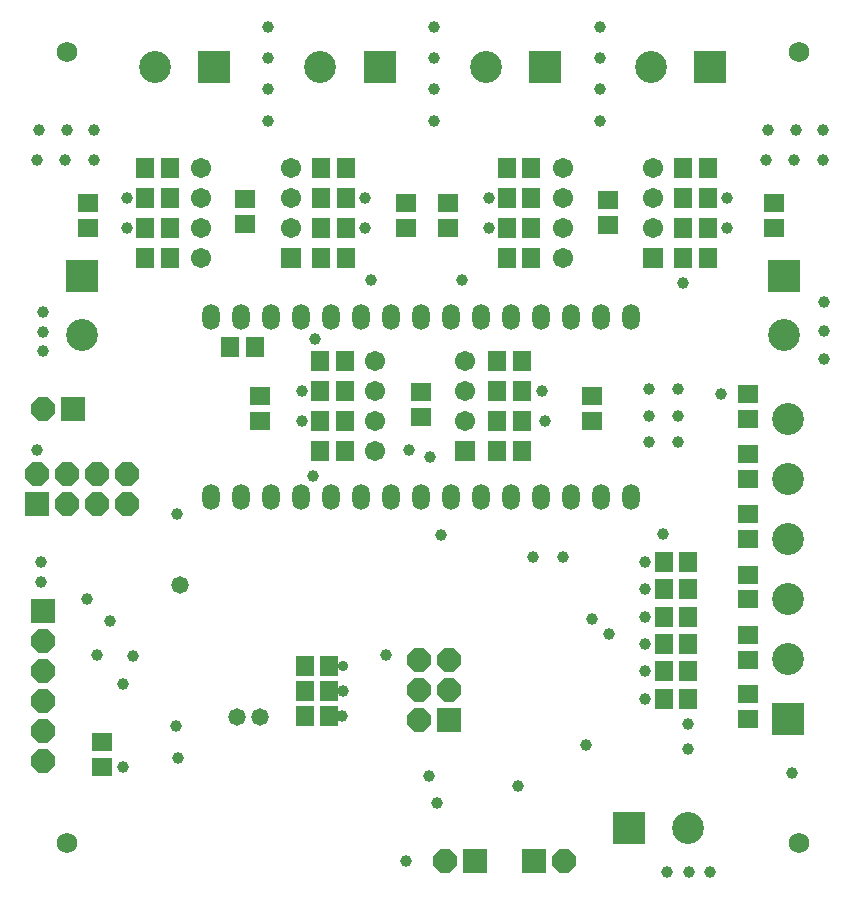
<source format=gbs>
G04*
G04 #@! TF.GenerationSoftware,Altium Limited,Altium Designer,18.1.8 (232)*
G04*
G04 Layer_Color=16711935*
%FSLAX43Y43*%
%MOMM*%
G71*
G01*
G75*
%ADD29R,1.503X1.703*%
%ADD30R,1.703X1.503*%
%ADD34O,1.473X2.203*%
%ADD35P,2.168X8X22.5*%
%ADD36R,2.003X2.003*%
G04:AMPARAMS|DCode=37|XSize=2.003mm|YSize=2.003mm|CornerRadius=0mm|HoleSize=0mm|Usage=FLASHONLY|Rotation=0.000|XOffset=0mm|YOffset=0mm|HoleType=Round|Shape=RoundedRectangle|*
%AMROUNDEDRECTD37*
21,1,2.003,2.003,0,0,0.0*
21,1,2.003,2.003,0,0,0.0*
1,1,0.000,1.002,-1.002*
1,1,0.000,-1.002,-1.002*
1,1,0.000,-1.002,1.002*
1,1,0.000,1.002,1.002*
%
%ADD37ROUNDEDRECTD37*%
G04:AMPARAMS|DCode=38|XSize=2.003mm|YSize=2.003mm|CornerRadius=0mm|HoleSize=0mm|Usage=FLASHONLY|Rotation=90.000|XOffset=0mm|YOffset=0mm|HoleType=Round|Shape=RoundedRectangle|*
%AMROUNDEDRECTD38*
21,1,2.003,2.003,0,0,90.0*
21,1,2.003,2.003,0,0,90.0*
1,1,0.000,1.002,1.002*
1,1,0.000,1.002,-1.002*
1,1,0.000,-1.002,-1.002*
1,1,0.000,-1.002,1.002*
%
%ADD38ROUNDEDRECTD38*%
%ADD39P,2.168X8X112.5*%
%ADD40R,2.003X2.003*%
%ADD41C,1.703*%
%ADD42R,1.703X1.703*%
%ADD43C,1.727*%
%ADD44C,2.703*%
%ADD45R,2.703X2.703*%
%ADD46R,2.703X2.703*%
%ADD47C,1.003*%
%ADD48C,1.473*%
%ADD49C,0.903*%
D29*
X10640Y53570D02*
D03*
X12740D02*
D03*
X27680D02*
D03*
X25580D02*
D03*
X12740Y56120D02*
D03*
X10640D02*
D03*
X25580D02*
D03*
X27680D02*
D03*
X12740Y58650D02*
D03*
X10640D02*
D03*
X25580D02*
D03*
X27680D02*
D03*
X10640Y61200D02*
D03*
X12740D02*
D03*
X27680D02*
D03*
X25580D02*
D03*
X25480Y37210D02*
D03*
X27580D02*
D03*
X42550D02*
D03*
X40450D02*
D03*
X27580Y39747D02*
D03*
X25480D02*
D03*
X40450D02*
D03*
X42550D02*
D03*
X27580Y42284D02*
D03*
X25480D02*
D03*
X40450D02*
D03*
X42550D02*
D03*
X25480Y44830D02*
D03*
X27580D02*
D03*
X42550D02*
D03*
X40450D02*
D03*
X41260Y53570D02*
D03*
X43360D02*
D03*
X58320D02*
D03*
X56220D02*
D03*
X43360Y56120D02*
D03*
X41260D02*
D03*
X56220D02*
D03*
X58320D02*
D03*
X43360Y58650D02*
D03*
X41260D02*
D03*
X56220D02*
D03*
X58320D02*
D03*
X41260Y61200D02*
D03*
X43360D02*
D03*
X58320D02*
D03*
X56220D02*
D03*
X56650Y23183D02*
D03*
X54550D02*
D03*
Y20875D02*
D03*
X56650D02*
D03*
Y25492D02*
D03*
X54550D02*
D03*
Y18567D02*
D03*
X56650D02*
D03*
Y27800D02*
D03*
X54550D02*
D03*
Y16259D02*
D03*
X56650D02*
D03*
X19930Y45990D02*
D03*
X17830D02*
D03*
X24150Y14800D02*
D03*
X26250D02*
D03*
X24150Y16900D02*
D03*
X26250D02*
D03*
Y19000D02*
D03*
X24150D02*
D03*
D30*
X5850Y56120D02*
D03*
Y58220D02*
D03*
X32700Y56120D02*
D03*
Y58220D02*
D03*
X20340Y39750D02*
D03*
Y41850D02*
D03*
X48500Y39752D02*
D03*
Y41852D02*
D03*
X36330Y56120D02*
D03*
Y58220D02*
D03*
X63890Y56130D02*
D03*
Y58230D02*
D03*
X61700Y31850D02*
D03*
Y29750D02*
D03*
Y36950D02*
D03*
Y34850D02*
D03*
Y42000D02*
D03*
Y39900D02*
D03*
Y16600D02*
D03*
Y14500D02*
D03*
Y21650D02*
D03*
Y19550D02*
D03*
Y26750D02*
D03*
Y24650D02*
D03*
X7000Y12600D02*
D03*
Y10500D02*
D03*
X19110Y58550D02*
D03*
Y56450D02*
D03*
X34000Y42230D02*
D03*
Y40130D02*
D03*
X49830Y58490D02*
D03*
Y56390D02*
D03*
D34*
X16220Y33280D02*
D03*
X18760D02*
D03*
X21300D02*
D03*
X23840D02*
D03*
X26380D02*
D03*
X28920D02*
D03*
X31460D02*
D03*
X34000D02*
D03*
X36540D02*
D03*
X39080D02*
D03*
X41620D02*
D03*
X44160D02*
D03*
X16220Y48520D02*
D03*
X18760D02*
D03*
X21300D02*
D03*
X36540D02*
D03*
X39080D02*
D03*
X41620D02*
D03*
X44160D02*
D03*
X51780D02*
D03*
Y33280D02*
D03*
X49240D02*
D03*
X46700D02*
D03*
X49240Y48520D02*
D03*
X46700D02*
D03*
X23840D02*
D03*
X34000D02*
D03*
X31460D02*
D03*
X28920D02*
D03*
X26380D02*
D03*
D35*
X2000Y10950D02*
D03*
Y13490D02*
D03*
Y16030D02*
D03*
Y18570D02*
D03*
Y21110D02*
D03*
X9110Y35270D02*
D03*
Y32730D02*
D03*
X6570Y35270D02*
D03*
Y32730D02*
D03*
X4030Y35270D02*
D03*
Y32730D02*
D03*
X1490Y35270D02*
D03*
D36*
X2000Y23650D02*
D03*
D37*
X1490Y32730D02*
D03*
D38*
X36340Y14460D02*
D03*
D39*
X33800D02*
D03*
X36340Y17000D02*
D03*
X33800D02*
D03*
X36340Y19540D02*
D03*
X33800D02*
D03*
X36030Y2500D02*
D03*
X2000Y40750D02*
D03*
X46070Y2500D02*
D03*
D40*
X38570D02*
D03*
X4540Y40750D02*
D03*
X43530Y2500D02*
D03*
D41*
X15350Y61200D02*
D03*
Y58660D02*
D03*
Y56120D02*
D03*
Y53580D02*
D03*
X22970Y61200D02*
D03*
Y58660D02*
D03*
Y56120D02*
D03*
X30120Y44830D02*
D03*
Y42290D02*
D03*
Y39750D02*
D03*
Y37210D02*
D03*
X37740Y44830D02*
D03*
Y42290D02*
D03*
Y39750D02*
D03*
X45990Y61200D02*
D03*
Y58660D02*
D03*
Y56120D02*
D03*
Y53580D02*
D03*
X53610Y61200D02*
D03*
Y58660D02*
D03*
Y56120D02*
D03*
D42*
X22970Y53580D02*
D03*
X37740Y37210D02*
D03*
X53610Y53580D02*
D03*
D43*
X4000Y71000D02*
D03*
X66000D02*
D03*
Y4000D02*
D03*
X4000D02*
D03*
D44*
X11493Y69700D02*
D03*
X25490D02*
D03*
X5300Y47013D02*
D03*
X64719D02*
D03*
X39488Y69700D02*
D03*
X53485D02*
D03*
X65100Y19580D02*
D03*
Y24660D02*
D03*
Y29740D02*
D03*
Y34820D02*
D03*
Y39900D02*
D03*
X56607Y5300D02*
D03*
D45*
X16507Y69700D02*
D03*
X30505D02*
D03*
X44502D02*
D03*
X58500D02*
D03*
X65100Y14500D02*
D03*
X51593Y5300D02*
D03*
D46*
X5300Y52027D02*
D03*
X64719D02*
D03*
D47*
X35400Y7380D02*
D03*
X47990Y12300D02*
D03*
X52985Y27800D02*
D03*
X49900Y21700D02*
D03*
X56607Y12000D02*
D03*
X65395Y9949D02*
D03*
X54800Y1600D02*
D03*
X56653D02*
D03*
X58500D02*
D03*
X31000Y19940D02*
D03*
X8750Y17500D02*
D03*
X24900Y35118D02*
D03*
X54500Y30200D02*
D03*
X56607Y14100D02*
D03*
X55750Y37966D02*
D03*
X53300D02*
D03*
X55750Y40210D02*
D03*
X53300D02*
D03*
Y42440D02*
D03*
X55750D02*
D03*
X25054Y46700D02*
D03*
X5760Y24700D02*
D03*
X68100Y49830D02*
D03*
Y47416D02*
D03*
Y45002D02*
D03*
X63390Y64410D02*
D03*
X65730D02*
D03*
X68070D02*
D03*
X63210Y61860D02*
D03*
X65624D02*
D03*
X68038D02*
D03*
X49170Y65190D02*
D03*
Y67830D02*
D03*
Y70470D02*
D03*
Y73110D02*
D03*
X35110Y65190D02*
D03*
Y67830D02*
D03*
Y70470D02*
D03*
Y73110D02*
D03*
X21040Y65190D02*
D03*
Y67830D02*
D03*
Y70470D02*
D03*
Y73110D02*
D03*
X6318Y61870D02*
D03*
X3904D02*
D03*
X1490D02*
D03*
X6350Y64420D02*
D03*
X4010D02*
D03*
X1670D02*
D03*
X2020Y45660D02*
D03*
Y47325D02*
D03*
Y48990D02*
D03*
X13380Y31850D02*
D03*
X1510Y37280D02*
D03*
X1800Y26140D02*
D03*
X1860Y27800D02*
D03*
X42200Y8852D02*
D03*
X34700Y9710D02*
D03*
X32720Y2520D02*
D03*
X35678Y30100D02*
D03*
X48480Y22950D02*
D03*
X46020Y28200D02*
D03*
X43480D02*
D03*
X59390Y42000D02*
D03*
X56220Y51450D02*
D03*
X37460Y51710D02*
D03*
X29750D02*
D03*
X59900Y56120D02*
D03*
Y58650D02*
D03*
X39740Y56120D02*
D03*
Y58650D02*
D03*
X9130Y56120D02*
D03*
Y58650D02*
D03*
X29250Y56120D02*
D03*
Y58650D02*
D03*
X33000Y37310D02*
D03*
X34750Y36710D02*
D03*
X23960Y39747D02*
D03*
Y42284D02*
D03*
X44502Y39750D02*
D03*
X44230Y42284D02*
D03*
X52985Y16250D02*
D03*
Y18567D02*
D03*
Y20870D02*
D03*
Y23183D02*
D03*
Y25490D02*
D03*
X6560Y19940D02*
D03*
X7650Y22790D02*
D03*
X13400Y11250D02*
D03*
X9600Y19900D02*
D03*
X13280Y13900D02*
D03*
X8750Y10500D02*
D03*
X27350Y14800D02*
D03*
X27370Y16900D02*
D03*
D48*
X20400Y14657D02*
D03*
X18400D02*
D03*
X13580Y25880D02*
D03*
D49*
X27370Y19000D02*
D03*
M02*

</source>
